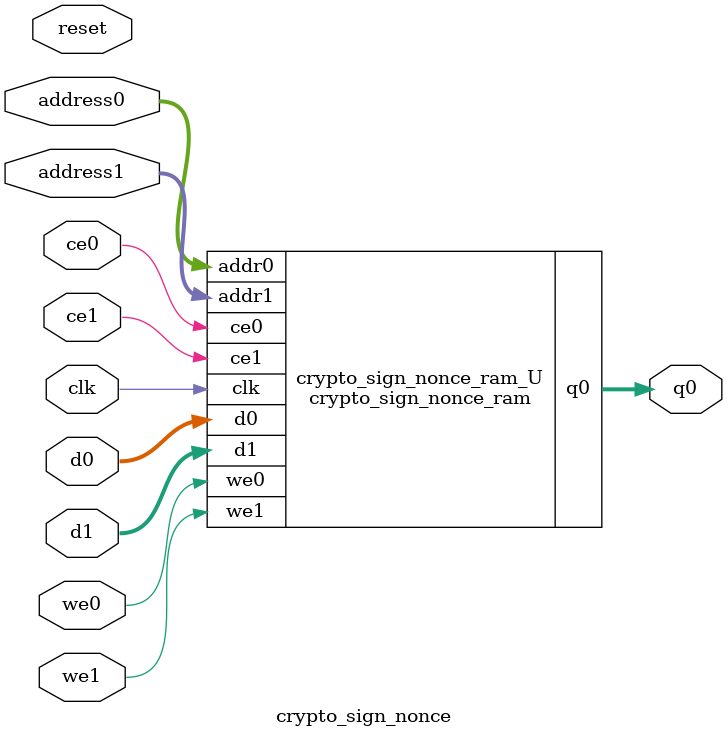
<source format=v>

`timescale 1 ns / 1 ps
module crypto_sign_nonce_ram (addr0, ce0, d0, we0, q0, addr1, ce1, d1, we1,  clk);

parameter DWIDTH = 8;
parameter AWIDTH = 6;
parameter MEM_SIZE = 64;

input[AWIDTH-1:0] addr0;
input ce0;
input[DWIDTH-1:0] d0;
input we0;
output reg[DWIDTH-1:0] q0;
input[AWIDTH-1:0] addr1;
input ce1;
input[DWIDTH-1:0] d1;
input we1;
input clk;

(* ram_style = "block" *)reg [DWIDTH-1:0] ram[0:MEM_SIZE-1];




always @(posedge clk)  
begin 
    if (ce0) 
    begin
        if (we0) 
        begin 
            ram[addr0] <= d0; 
            q0 <= d0;
        end 
        else 
            q0 <= ram[addr0];
    end
end


always @(posedge clk)  
begin 
    if (ce1) 
    begin
        if (we1) 
        begin 
            ram[addr1] <= d1; 
        end 
    end
end


endmodule


`timescale 1 ns / 1 ps
module crypto_sign_nonce(
    reset,
    clk,
    address0,
    ce0,
    we0,
    d0,
    q0,
    address1,
    ce1,
    we1,
    d1);

parameter DataWidth = 32'd8;
parameter AddressRange = 32'd64;
parameter AddressWidth = 32'd6;
input reset;
input clk;
input[AddressWidth - 1:0] address0;
input ce0;
input we0;
input[DataWidth - 1:0] d0;
output[DataWidth - 1:0] q0;
input[AddressWidth - 1:0] address1;
input ce1;
input we1;
input[DataWidth - 1:0] d1;



crypto_sign_nonce_ram crypto_sign_nonce_ram_U(
    .clk( clk ),
    .addr0( address0 ),
    .ce0( ce0 ),
    .d0( d0 ),
    .we0( we0 ),
    .q0( q0 ),
    .addr1( address1 ),
    .ce1( ce1 ),
    .d1( d1 ),
    .we1( we1 ));

endmodule


</source>
